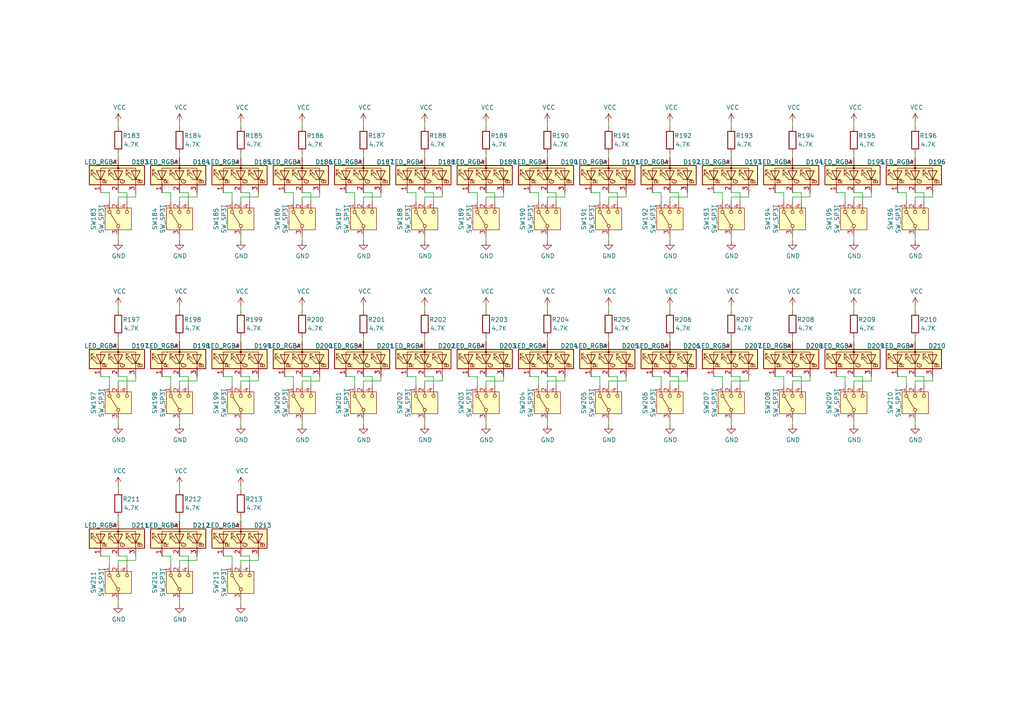
<source format=kicad_sch>
(kicad_sch (version 20231120) (generator "eeschema") (generator_version "8.0")
  (paper "A4")
  (lib_symbols
    (symbol "Device:R" (pin_numbers hide) (pin_names (offset 0))
      (property "Reference" "R" (at 2.032 0 90))
      (property "Value" "R" (at 0 0 90))
      (symbol "R_1_1"
        (pin passive line (at 0 3.81 270) (length 1.27) (name "~") (number "1"))
        (pin passive line (at 0 -3.81 90) (length 1.27) (name "~") (number "2"))
      )
    )
    (symbol "Switch:SW_SP3T" (pin_names (offset 0) hide)
      (property "Reference" "SW" (at 0 5.08 0))
      (property "Value" "SW_SP3T" (at 0 -5.08 0))
      (symbol "SW_SP3T_1_1"
        (pin passive line (at 5.08 2.54 180) (length 2.54) (name "1") (number "1"))
        (pin passive line (at 5.08 0 180) (length 2.54) (name "2") (number "2"))
        (pin passive line (at -5.08 0 0) (length 2.54) (name "3") (number "3"))
        (pin passive line (at 5.08 -2.54 180) (length 2.54) (name "4") (number "4"))
      )
    )
    (symbol "led_rgba:LED_RGBA" (pin_names (offset 0) hide)
      (property "Reference" "D" (at 0 9.398 0))
      (property "Value" "LED_RGBA" (at 0 -8.89 0))
      (symbol "LED_RGBA_0_0"
        (text "B" (at -1.905 -6.35 0) (effects (font (size 1.27 1.27))))
        (text "G" (at -1.905 -1.27 0) (effects (font (size 1.27 1.27))))
        (text "R" (at -1.905 3.81 0) (effects (font (size 1.27 1.27))))
      )
      (symbol "LED_RGBA_1_1"
        (pin passive line (at -5.08 5.08 0) (length 2.54) (name "RK") (number "1"))
        (pin passive line (at -5.08 0 0) (length 2.54) (name "GK") (number "2"))
        (pin passive line (at -5.08 -5.08 0) (length 2.54) (name "BK") (number "3"))
        (pin passive line (at 5.08 0 180) (length 2.54) (name "A") (number "4"))
      )
    )
    (symbol "motivational board-rescue:GND-power" (power) (pin_names (offset 0))
      (property "Value" "power_GND" (at 0 -3.81 0))
      (symbol "GND-power_1_1"
        (pin power_in line (at 0 0 270) (length 0) hide (name "GND") (number "1"))
      )
    )
    (symbol "motivational board-rescue:VCC-power" (power) (pin_names (offset 0))
      (property "Value" "power_VCC" (at 0 3.81 0))
      (symbol "VCC-power_1_1"
        (pin power_in line (at 0 0 90) (length 0) hide (name "VCC") (number "1"))
      )
    )
  )
  (wire (pts (xy 52.07 121.92) (xy 52.07 123.19)))
  (wire (pts (xy 207.01 109.22) (xy 209.55 109.22)))
  (wire (pts (xy 36.83 163.83) (xy 36.83 161.29)))
  (wire (pts (xy 173.99 109.22) (xy 173.99 111.76)))
  (wire (pts (xy 64.77 55.88) (xy 67.31 55.88)))
  (wire (pts (xy 69.85 45.72) (xy 69.85 44.45)))
  (wire (pts (xy 176.53 121.92) (xy 176.53 123.19)))
  (wire (pts (xy 227.33 55.88) (xy 227.33 58.42)))
  (wire (pts (xy 52.07 162.56) (xy 57.15 162.56)))
  (wire (pts (xy 120.65 55.88) (xy 120.65 58.42)))
  (wire (pts (xy 140.97 121.92) (xy 140.97 123.19)))
  (wire (pts (xy 87.63 121.92) (xy 87.63 123.19)))
  (wire (pts (xy 34.29 121.92) (xy 34.29 123.19)))
  (wire (pts (xy 72.39 109.22) (xy 69.85 109.22)))
  (wire (pts (xy 105.41 57.15) (xy 110.49 57.15)))
  (wire (pts (xy 212.09 88.9) (xy 212.09 90.17)))
  (wire (pts (xy 46.99 109.22) (xy 49.53 109.22)))
  (wire (pts (xy 247.65 68.58) (xy 247.65 69.85)))
  (wire (pts (xy 171.45 109.22) (xy 173.99 109.22)))
  (wire (pts (xy 158.75 110.49) (xy 163.83 110.49)))
  (wire (pts (xy 69.85 88.9) (xy 69.85 90.17)))
  (wire (pts (xy 229.87 68.58) (xy 229.87 69.85)))
  (wire (pts (xy 123.19 58.42) (xy 123.19 57.15)))
  (wire (pts (xy 212.09 111.76) (xy 212.09 110.49)))
  (wire (pts (xy 234.95 110.49) (xy 234.95 109.22)))
  (wire (pts (xy 229.87 57.15) (xy 234.95 57.15)))
  (wire (pts (xy 49.53 55.88) (xy 49.53 58.42)))
  (wire (pts (xy 125.73 111.76) (xy 125.73 109.22)))
  (wire (pts (xy 265.43 57.15) (xy 270.51 57.15)))
  (wire (pts (xy 135.89 55.88) (xy 138.43 55.88)))
  (wire (pts (xy 199.39 57.15) (xy 199.39 55.88)))
  (wire (pts (xy 107.95 111.76) (xy 107.95 109.22)))
  (wire (pts (xy 212.09 68.58) (xy 212.09 69.85)))
  (wire (pts (xy 123.19 111.76) (xy 123.19 110.49)))
  (wire (pts (xy 110.49 57.15) (xy 110.49 55.88)))
  (wire (pts (xy 143.51 58.42) (xy 143.51 55.88)))
  (wire (pts (xy 232.41 109.22) (xy 229.87 109.22)))
  (wire (pts (xy 57.15 57.15) (xy 57.15 55.88)))
  (wire (pts (xy 140.97 57.15) (xy 146.05 57.15)))
  (wire (pts (xy 34.29 111.76) (xy 34.29 110.49)))
  (wire (pts (xy 52.07 99.06) (xy 52.07 97.79)))
  (wire (pts (xy 212.09 121.92) (xy 212.09 123.19)))
  (wire (pts (xy 69.85 111.76) (xy 69.85 110.49)))
  (wire (pts (xy 67.31 55.88) (xy 67.31 58.42)))
  (wire (pts (xy 265.43 45.72) (xy 265.43 44.45)))
  (wire (pts (xy 52.07 173.99) (xy 52.07 175.26)))
  (wire (pts (xy 217.17 57.15) (xy 217.17 55.88)))
  (wire (pts (xy 229.87 99.06) (xy 229.87 97.79)))
  (wire (pts (xy 34.29 88.9) (xy 34.29 90.17)))
  (wire (pts (xy 229.87 110.49) (xy 234.95 110.49)))
  (wire (pts (xy 34.29 151.13) (xy 34.29 149.86)))
  (wire (pts (xy 270.51 57.15) (xy 270.51 55.88)))
  (wire (pts (xy 34.29 163.83) (xy 34.29 162.56)))
  (wire (pts (xy 179.07 109.22) (xy 176.53 109.22)))
  (wire (pts (xy 209.55 109.22) (xy 209.55 111.76)))
  (wire (pts (xy 87.63 58.42) (xy 87.63 57.15)))
  (wire (pts (xy 31.75 161.29) (xy 31.75 163.83)))
  (wire (pts (xy 74.93 162.56) (xy 74.93 161.29)))
  (wire (pts (xy 120.65 109.22) (xy 120.65 111.76)))
  (wire (pts (xy 140.97 99.06) (xy 140.97 97.79)))
  (wire (pts (xy 29.21 55.88) (xy 31.75 55.88)))
  (wire (pts (xy 176.53 88.9) (xy 176.53 90.17)))
  (wire (pts (xy 52.07 88.9) (xy 52.07 90.17)))
  (wire (pts (xy 158.75 57.15) (xy 163.83 57.15)))
  (wire (pts (xy 72.39 163.83) (xy 72.39 161.29)))
  (wire (pts (xy 87.63 88.9) (xy 87.63 90.17)))
  (wire (pts (xy 100.33 109.22) (xy 102.87 109.22)))
  (wire (pts (xy 125.73 55.88) (xy 123.19 55.88)))
  (wire (pts (xy 262.89 55.88) (xy 262.89 58.42)))
  (wire (pts (xy 29.21 161.29) (xy 31.75 161.29)))
  (wire (pts (xy 72.39 161.29) (xy 69.85 161.29)))
  (wire (pts (xy 74.93 57.15) (xy 74.93 55.88)))
  (wire (pts (xy 69.85 35.56) (xy 69.85 36.83)))
  (wire (pts (xy 54.61 58.42) (xy 54.61 55.88)))
  (wire (pts (xy 57.15 110.49) (xy 57.15 109.22)))
  (wire (pts (xy 242.57 55.88) (xy 245.11 55.88)))
  (wire (pts (xy 140.97 68.58) (xy 140.97 69.85)))
  (wire (pts (xy 123.19 45.72) (xy 123.19 44.45)))
  (wire (pts (xy 247.65 35.56) (xy 247.65 36.83)))
  (wire (pts (xy 34.29 35.56) (xy 34.29 36.83)))
  (wire (pts (xy 29.21 109.22) (xy 31.75 109.22)))
  (wire (pts (xy 67.31 109.22) (xy 67.31 111.76)))
  (wire (pts (xy 67.31 161.29) (xy 67.31 163.83)))
  (wire (pts (xy 36.83 109.22) (xy 34.29 109.22)))
  (wire (pts (xy 107.95 58.42) (xy 107.95 55.88)))
  (wire (pts (xy 34.29 173.99) (xy 34.29 175.26)))
  (wire (pts (xy 176.53 111.76) (xy 176.53 110.49)))
  (wire (pts (xy 34.29 68.58) (xy 34.29 69.85)))
  (wire (pts (xy 69.85 99.06) (xy 69.85 97.79)))
  (wire (pts (xy 87.63 35.56) (xy 87.63 36.83)))
  (wire (pts (xy 232.41 111.76) (xy 232.41 109.22)))
  (wire (pts (xy 123.19 68.58) (xy 123.19 69.85)))
  (wire (pts (xy 92.71 110.49) (xy 92.71 109.22)))
  (wire (pts (xy 250.19 55.88) (xy 247.65 55.88)))
  (wire (pts (xy 64.77 161.29) (xy 67.31 161.29)))
  (wire (pts (xy 267.97 109.22) (xy 265.43 109.22)))
  (wire (pts (xy 102.87 55.88) (xy 102.87 58.42)))
  (wire (pts (xy 118.11 109.22) (xy 120.65 109.22)))
  (wire (pts (xy 105.41 121.92) (xy 105.41 123.19)))
  (wire (pts (xy 92.71 57.15) (xy 92.71 55.88)))
  (wire (pts (xy 110.49 110.49) (xy 110.49 109.22)))
  (wire (pts (xy 39.37 57.15) (xy 39.37 55.88)))
  (wire (pts (xy 212.09 99.06) (xy 212.09 97.79)))
  (wire (pts (xy 194.31 111.76) (xy 194.31 110.49)))
  (wire (pts (xy 138.43 55.88) (xy 138.43 58.42)))
  (wire (pts (xy 179.07 58.42) (xy 179.07 55.88)))
  (wire (pts (xy 69.85 58.42) (xy 69.85 57.15)))
  (wire (pts (xy 85.09 55.88) (xy 85.09 58.42)))
  (wire (pts (xy 54.61 161.29) (xy 52.07 161.29)))
  (wire (pts (xy 189.23 109.22) (xy 191.77 109.22)))
  (wire (pts (xy 87.63 68.58) (xy 87.63 69.85)))
  (wire (pts (xy 247.65 57.15) (xy 252.73 57.15)))
  (wire (pts (xy 52.07 68.58) (xy 52.07 69.85)))
  (wire (pts (xy 196.85 58.42) (xy 196.85 55.88)))
  (wire (pts (xy 69.85 110.49) (xy 74.93 110.49)))
  (wire (pts (xy 123.19 110.49) (xy 128.27 110.49)))
  (wire (pts (xy 176.53 58.42) (xy 176.53 57.15)))
  (wire (pts (xy 161.29 55.88) (xy 158.75 55.88)))
  (wire (pts (xy 85.09 109.22) (xy 85.09 111.76)))
  (wire (pts (xy 36.83 58.42) (xy 36.83 55.88)))
  (wire (pts (xy 214.63 58.42) (xy 214.63 55.88)))
  (wire (pts (xy 90.17 111.76) (xy 90.17 109.22)))
  (wire (pts (xy 143.51 55.88) (xy 140.97 55.88)))
  (wire (pts (xy 87.63 111.76) (xy 87.63 110.49)))
  (wire (pts (xy 69.85 68.58) (xy 69.85 69.85)))
  (wire (pts (xy 123.19 57.15) (xy 128.27 57.15)))
  (wire (pts (xy 247.65 121.92) (xy 247.65 123.19)))
  (wire (pts (xy 140.97 45.72) (xy 140.97 44.45)))
  (wire (pts (xy 52.07 58.42) (xy 52.07 57.15)))
  (wire (pts (xy 125.73 109.22) (xy 123.19 109.22)))
  (wire (pts (xy 212.09 58.42) (xy 212.09 57.15)))
  (wire (pts (xy 69.85 121.92) (xy 69.85 123.19)))
  (wire (pts (xy 194.31 57.15) (xy 199.39 57.15)))
  (wire (pts (xy 161.29 58.42) (xy 161.29 55.88)))
  (wire (pts (xy 229.87 88.9) (xy 229.87 90.17)))
  (wire (pts (xy 191.77 55.88) (xy 191.77 58.42)))
  (wire (pts (xy 232.41 58.42) (xy 232.41 55.88)))
  (wire (pts (xy 189.23 55.88) (xy 191.77 55.88)))
  (wire (pts (xy 49.53 161.29) (xy 49.53 163.83)))
  (wire (pts (xy 224.79 55.88) (xy 227.33 55.88)))
  (wire (pts (xy 52.07 151.13) (xy 52.07 149.86)))
  (wire (pts (xy 52.07 140.97) (xy 52.07 142.24)))
  (wire (pts (xy 234.95 57.15) (xy 234.95 55.88)))
  (wire (pts (xy 163.83 57.15) (xy 163.83 55.88)))
  (wire (pts (xy 140.97 111.76) (xy 140.97 110.49)))
  (wire (pts (xy 265.43 99.06) (xy 265.43 97.79)))
  (wire (pts (xy 245.11 55.88) (xy 245.11 58.42)))
  (wire (pts (xy 209.55 55.88) (xy 209.55 58.42)))
  (wire (pts (xy 176.53 45.72) (xy 176.53 44.45)))
  (wire (pts (xy 158.75 58.42) (xy 158.75 57.15)))
  (wire (pts (xy 214.63 109.22) (xy 212.09 109.22)))
  (wire (pts (xy 105.41 58.42) (xy 105.41 57.15)))
  (wire (pts (xy 265.43 121.92) (xy 265.43 123.19)))
  (wire (pts (xy 229.87 121.92) (xy 229.87 123.19)))
  (wire (pts (xy 196.85 55.88) (xy 194.31 55.88)))
  (wire (pts (xy 176.53 35.56) (xy 176.53 36.83)))
  (wire (pts (xy 247.65 45.72) (xy 247.65 44.45)))
  (wire (pts (xy 82.55 55.88) (xy 85.09 55.88)))
  (wire (pts (xy 260.35 109.22) (xy 262.89 109.22)))
  (wire (pts (xy 52.07 111.76) (xy 52.07 110.49)))
  (wire (pts (xy 69.85 163.83) (xy 69.85 162.56)))
  (wire (pts (xy 267.97 58.42) (xy 267.97 55.88)))
  (wire (pts (xy 31.75 109.22) (xy 31.75 111.76)))
  (wire (pts (xy 214.63 55.88) (xy 212.09 55.88)))
  (wire (pts (xy 247.65 58.42) (xy 247.65 57.15)))
  (wire (pts (xy 107.95 109.22) (xy 105.41 109.22)))
  (wire (pts (xy 176.53 68.58) (xy 176.53 69.85)))
  (wire (pts (xy 194.31 35.56) (xy 194.31 36.83)))
  (wire (pts (xy 107.95 55.88) (xy 105.41 55.88)))
  (wire (pts (xy 102.87 109.22) (xy 102.87 111.76)))
  (wire (pts (xy 196.85 109.22) (xy 194.31 109.22)))
  (wire (pts (xy 90.17 109.22) (xy 87.63 109.22)))
  (wire (pts (xy 158.75 111.76) (xy 158.75 110.49)))
  (wire (pts (xy 194.31 88.9) (xy 194.31 90.17)))
  (wire (pts (xy 72.39 111.76) (xy 72.39 109.22)))
  (wire (pts (xy 140.97 110.49) (xy 146.05 110.49)))
  (wire (pts (xy 100.33 55.88) (xy 102.87 55.88)))
  (wire (pts (xy 34.29 57.15) (xy 39.37 57.15)))
  (wire (pts (xy 90.17 55.88) (xy 87.63 55.88)))
  (wire (pts (xy 54.61 111.76) (xy 54.61 109.22)))
  (wire (pts (xy 176.53 57.15) (xy 181.61 57.15)))
  (wire (pts (xy 153.67 109.22) (xy 156.21 109.22)))
  (wire (pts (xy 143.51 109.22) (xy 140.97 109.22)))
  (wire (pts (xy 163.83 110.49) (xy 163.83 109.22)))
  (wire (pts (xy 69.85 173.99) (xy 69.85 175.26)))
  (wire (pts (xy 267.97 111.76) (xy 267.97 109.22)))
  (wire (pts (xy 34.29 140.97) (xy 34.29 142.24)))
  (wire (pts (xy 57.15 162.56) (xy 57.15 161.29)))
  (wire (pts (xy 267.97 55.88) (xy 265.43 55.88)))
  (wire (pts (xy 31.75 55.88) (xy 31.75 58.42)))
  (wire (pts (xy 156.21 109.22) (xy 156.21 111.76)))
  (wire (pts (xy 82.55 109.22) (xy 85.09 109.22)))
  (wire (pts (xy 123.19 35.56) (xy 123.19 36.83)))
  (wire (pts (xy 252.73 110.49) (xy 252.73 109.22)))
  (wire (pts (xy 181.61 110.49) (xy 181.61 109.22)))
  (wire (pts (xy 176.53 110.49) (xy 181.61 110.49)))
  (wire (pts (xy 34.29 162.56) (xy 39.37 162.56)))
  (wire (pts (xy 146.05 57.15) (xy 146.05 55.88)))
  (wire (pts (xy 52.07 35.56) (xy 52.07 36.83)))
  (wire (pts (xy 245.11 109.22) (xy 245.11 111.76)))
  (wire (pts (xy 229.87 35.56) (xy 229.87 36.83)))
  (wire (pts (xy 69.85 162.56) (xy 74.93 162.56)))
  (wire (pts (xy 123.19 99.06) (xy 123.19 97.79)))
  (wire (pts (xy 87.63 45.72) (xy 87.63 44.45)))
  (wire (pts (xy 207.01 55.88) (xy 209.55 55.88)))
  (wire (pts (xy 252.73 57.15) (xy 252.73 55.88)))
  (wire (pts (xy 229.87 111.76) (xy 229.87 110.49)))
  (wire (pts (xy 224.79 109.22) (xy 227.33 109.22)))
  (wire (pts (xy 212.09 57.15) (xy 217.17 57.15)))
  (wire (pts (xy 161.29 109.22) (xy 158.75 109.22)))
  (wire (pts (xy 171.45 55.88) (xy 173.99 55.88)))
  (wire (pts (xy 52.07 45.72) (xy 52.07 44.45)))
  (wire (pts (xy 158.75 121.92) (xy 158.75 123.19)))
  (wire (pts (xy 69.85 140.97) (xy 69.85 142.24)))
  (wire (pts (xy 39.37 162.56) (xy 39.37 161.29)))
  (wire (pts (xy 123.19 88.9) (xy 123.19 90.17)))
  (wire (pts (xy 179.07 111.76) (xy 179.07 109.22)))
  (wire (pts (xy 39.37 110.49) (xy 39.37 109.22)))
  (wire (pts (xy 247.65 111.76) (xy 247.65 110.49)))
  (wire (pts (xy 138.43 109.22) (xy 138.43 111.76)))
  (wire (pts (xy 217.17 110.49) (xy 217.17 109.22)))
  (wire (pts (xy 270.51 110.49) (xy 270.51 109.22)))
  (wire (pts (xy 265.43 58.42) (xy 265.43 57.15)))
  (wire (pts (xy 135.89 109.22) (xy 138.43 109.22)))
  (wire (pts (xy 153.67 55.88) (xy 156.21 55.88)))
  (wire (pts (xy 140.97 58.42) (xy 140.97 57.15)))
  (wire (pts (xy 250.19 111.76) (xy 250.19 109.22)))
  (wire (pts (xy 265.43 110.49) (xy 270.51 110.49)))
  (wire (pts (xy 194.31 99.06) (xy 194.31 97.79)))
  (wire (pts (xy 87.63 110.49) (xy 92.71 110.49)))
  (wire (pts (xy 105.41 45.72) (xy 105.41 44.45)))
  (wire (pts (xy 212.09 45.72) (xy 212.09 44.45)))
  (wire (pts (xy 105.41 68.58) (xy 105.41 69.85)))
  (wire (pts (xy 158.75 35.56) (xy 158.75 36.83)))
  (wire (pts (xy 191.77 109.22) (xy 191.77 111.76)))
  (wire (pts (xy 52.07 57.15) (xy 57.15 57.15)))
  (wire (pts (xy 123.19 121.92) (xy 123.19 123.19)))
  (wire (pts (xy 194.31 68.58) (xy 194.31 69.85)))
  (wire (pts (xy 105.41 35.56) (xy 105.41 36.83)))
  (wire (pts (xy 46.99 161.29) (xy 49.53 161.29)))
  (wire (pts (xy 194.31 58.42) (xy 194.31 57.15)))
  (wire (pts (xy 194.31 121.92) (xy 194.31 123.19)))
  (wire (pts (xy 242.57 109.22) (xy 245.11 109.22)))
  (wire (pts (xy 128.27 110.49) (xy 128.27 109.22)))
  (wire (pts (xy 179.07 55.88) (xy 176.53 55.88)))
  (wire (pts (xy 105.41 88.9) (xy 105.41 90.17)))
  (wire (pts (xy 36.83 111.76) (xy 36.83 109.22)))
  (wire (pts (xy 34.29 99.06) (xy 34.29 97.79)))
  (wire (pts (xy 87.63 57.15) (xy 92.71 57.15)))
  (wire (pts (xy 214.63 111.76) (xy 214.63 109.22)))
  (wire (pts (xy 52.07 110.49) (xy 57.15 110.49)))
  (wire (pts (xy 247.65 88.9) (xy 247.65 90.17)))
  (wire (pts (xy 265.43 111.76) (xy 265.43 110.49)))
  (wire (pts (xy 146.05 110.49) (xy 146.05 109.22)))
  (wire (pts (xy 128.27 57.15) (xy 128.27 55.88)))
  (wire (pts (xy 158.75 45.72) (xy 158.75 44.45)))
  (wire (pts (xy 250.19 58.42) (xy 250.19 55.88)))
  (wire (pts (xy 74.93 110.49) (xy 74.93 109.22)))
  (wire (pts (xy 105.41 110.49) (xy 110.49 110.49)))
  (wire (pts (xy 54.61 109.22) (xy 52.07 109.22)))
  (wire (pts (xy 105.41 111.76) (xy 105.41 110.49)))
  (wire (pts (xy 158.75 99.06) (xy 158.75 97.79)))
  (wire (pts (xy 69.85 151.13) (xy 69.85 149.86)))
  (wire (pts (xy 194.31 110.49) (xy 199.39 110.49)))
  (wire (pts (xy 232.41 55.88) (xy 229.87 55.88)))
  (wire (pts (xy 265.43 68.58) (xy 265.43 69.85)))
  (wire (pts (xy 46.99 55.88) (xy 49.53 55.88)))
  (wire (pts (xy 199.39 110.49) (xy 199.39 109.22)))
  (wire (pts (xy 181.61 57.15) (xy 181.61 55.88)))
  (wire (pts (xy 72.39 55.88) (xy 69.85 55.88)))
  (wire (pts (xy 36.83 55.88) (xy 34.29 55.88)))
  (wire (pts (xy 161.29 111.76) (xy 161.29 109.22)))
  (wire (pts (xy 34.29 110.49) (xy 39.37 110.49)))
  (wire (pts (xy 90.17 58.42) (xy 90.17 55.88)))
  (wire (pts (xy 250.19 109.22) (xy 247.65 109.22)))
  (wire (pts (xy 229.87 45.72) (xy 229.87 44.45)))
  (wire (pts (xy 158.75 68.58) (xy 158.75 69.85)))
  (wire (pts (xy 54.61 55.88) (xy 52.07 55.88)))
  (wire (pts (xy 265.43 88.9) (xy 265.43 90.17)))
  (wire (pts (xy 69.85 57.15) (xy 74.93 57.15)))
  (wire (pts (xy 194.31 45.72) (xy 194.31 44.45)))
  (wire (pts (xy 262.89 109.22) (xy 262.89 111.76)))
  (wire (pts (xy 173.99 55.88) (xy 173.99 58.42)))
  (wire (pts (xy 196.85 111.76) (xy 196.85 109.22)))
  (wire (pts (xy 64.77 109.22) (xy 67.31 109.22)))
  (wire (pts (xy 247.65 99.06) (xy 247.65 97.79)))
  (wire (pts (xy 34.29 58.42) (xy 34.29 57.15)))
  (wire (pts (xy 212.09 110.49) (xy 217.17 110.49)))
  (wire (pts (xy 125.73 58.42) (xy 125.73 55.88)))
  (wire (pts (xy 52.07 163.83) (xy 52.07 162.56)))
  (wire (pts (xy 49.53 109.22) (xy 49.53 111.76)))
  (wire (pts (xy 247.65 110.49) (xy 252.73 110.49)))
  (wire (pts (xy 105.41 99.06) (xy 105.41 97.79)))
  (wire (pts (xy 118.11 55.88) (xy 120.65 55.88)))
  (wire (pts (xy 227.33 109.22) (xy 227.33 111.76)))
  (wire (pts (xy 72.39 58.42) (xy 72.39 55.88)))
  (wire (pts (xy 229.87 58.42) (xy 229.87 57.15)))
  (wire (pts (xy 156.21 55.88) (xy 156.21 58.42)))
  (wire (pts (xy 34.29 45.72) (xy 34.29 44.45)))
  (wire (pts (xy 87.63 99.06) (xy 87.63 97.79)))
  (wire (pts (xy 260.35 55.88) (xy 262.89 55.88)))
  (wire (pts (xy 36.83 161.29) (xy 34.29 161.29)))
  (wire (pts (xy 158.75 88.9) (xy 158.75 90.17)))
  (wire (pts (xy 176.53 99.06) (xy 176.53 97.79)))
  (wire (pts (xy 54.61 163.83) (xy 54.61 161.29)))
  (wire (pts (xy 143.51 111.76) (xy 143.51 109.22)))
  (wire (pts (xy 140.97 88.9) (xy 140.97 90.17)))
  (wire (pts (xy 212.09 35.56) (xy 212.09 36.83)))
  (wire (pts (xy 140.97 35.56) (xy 140.97 36.83)))
  (wire (pts (xy 265.43 35.56) (xy 265.43 36.83)))
  (symbol (lib_id "motivational board-rescue:VCC-power") (at 34.29 35.56 0) (unit 1)
    (property "Reference" "#PWR0367" (effects (hide yes)))
    (property "Value" "VCC" (at 34.7218 31.1658 0))
  )
  (symbol (lib_id "led_rgba:LED_RGBA") (at 69.85 50.8 90) (unit 1)
    (property "Reference" "D185" (at 76.2 46.99 90))
    (property "Value" "LED_RGBA" (at 64.77 46.99 90))
    (property "Footprint" "LED_SMD-extra:LED_RGB_3528" (effects (hide yes)))
  )
  (symbol (lib_id "Switch:SW_SP3T") (at 87.63 63.5 90) (unit 1)
    (property "Reference" "SW186" (at 80.4418 63.5 0))
    (property "Value" "SW_SP3T" (at 82.7532 63.5 0))
    (property "Footprint" "Button_Switch_THT-extra:SS13D07G4" (effects (hide yes)))
  )
  (symbol (lib_id "Switch:SW_SP3T") (at 105.41 63.5 90) (unit 1)
    (property "Reference" "SW187" (at 98.2218 63.5 0))
    (property "Value" "SW_SP3T" (at 100.5332 63.5 0))
    (property "Footprint" "Button_Switch_THT-extra:SS13D07G4" (effects (hide yes)))
  )
  (symbol (lib_id "motivational board-rescue:VCC-power") (at 140.97 35.56 0) (unit 1)
    (property "Reference" "#PWR0373" (effects (hide yes)))
    (property "Value" "VCC" (at 141.4018 31.1658 0))
  )
  (symbol (lib_id "led_rgba:LED_RGBA") (at 158.75 50.8 90) (unit 1)
    (property "Reference" "D190" (at 165.1 46.99 90))
    (property "Value" "LED_RGBA" (at 153.67 46.99 90))
    (property "Footprint" "LED_SMD-extra:LED_RGB_3528" (effects (hide yes)))
  )
  (symbol (lib_id "motivational board-rescue:GND-power") (at 247.65 69.85 0) (unit 1)
    (property "Reference" "#PWR0393" (effects (hide yes)))
    (property "Value" "GND" (at 247.777 74.2442 0))
  )
  (symbol (lib_id "motivational board-rescue:VCC-power") (at 265.43 35.56 0) (unit 1)
    (property "Reference" "#PWR0380" (effects (hide yes)))
    (property "Value" "VCC" (at 265.8618 31.1658 0))
  )
  (symbol (lib_id "Device:R") (at 140.97 93.98 0) (unit 1)
    (property "Reference" "R203" (at 144.78 92.71 0))
    (property "Value" "4.7K" (at 144.78 95.25 0))
    (property "Footprint" "Resistors_SMD:R_0805_HandSoldering" (effects (hide yes)))
  )
  (symbol (lib_id "Switch:SW_SP3T") (at 212.09 116.84 90) (unit 1)
    (property "Reference" "SW207" (at 204.9018 116.84 0))
    (property "Value" "SW_SP3T" (at 207.2132 116.84 0))
    (property "Footprint" "Button_Switch_THT-extra:SS13D07G4" (effects (hide yes)))
  )
  (symbol (lib_id "led_rgba:LED_RGBA") (at 52.07 156.21 90) (unit 1)
    (property "Reference" "D212" (at 58.42 152.4 90))
    (property "Value" "LED_RGBA" (at 46.99 152.4 90))
    (property "Footprint" "LED_SMD-extra:LED_RGB_3528" (effects (hide yes)))
  )
  (symbol (lib_id "Switch:SW_SP3T") (at 34.29 63.5 90) (unit 1)
    (property "Reference" "SW183" (at 27.1018 63.5 0))
    (property "Value" "SW_SP3T" (at 29.4132 63.5 0))
    (property "Footprint" "Button_Switch_THT-extra:SS13D07G4" (effects (hide yes)))
  )
  (symbol (lib_id "led_rgba:LED_RGBA") (at 34.29 50.8 90) (unit 1)
    (property "Reference" "D183" (at 40.64 46.99 90))
    (property "Value" "LED_RGBA" (at 29.21 46.99 90))
    (property "Footprint" "LED_SMD-extra:LED_RGB_3528" (effects (hide yes)))
  )
  (symbol (lib_id "Device:R") (at 34.29 40.64 0) (unit 1)
    (property "Reference" "R183" (at 38.1 39.37 0))
    (property "Value" "4.7K" (at 38.1 41.91 0))
    (property "Footprint" "Resistors_SMD:R_0805_HandSoldering" (effects (hide yes)))
  )
  (symbol (lib_id "motivational board-rescue:GND-power") (at 34.29 69.85 0) (unit 1)
    (property "Reference" "#PWR0381" (effects (hide yes)))
    (property "Value" "GND" (at 34.417 74.2442 0))
  )
  (symbol (lib_id "Switch:SW_SP3T") (at 52.07 63.5 90) (unit 1)
    (property "Reference" "SW184" (at 44.8818 63.5 0))
    (property "Value" "SW_SP3T" (at 47.1932 63.5 0))
    (property "Footprint" "Button_Switch_THT-extra:SS13D07G4" (effects (hide yes)))
  )
  (symbol (lib_id "led_rgba:LED_RGBA") (at 52.07 50.8 90) (unit 1)
    (property "Reference" "D184" (at 58.42 46.99 90))
    (property "Value" "LED_RGBA" (at 46.99 46.99 90))
    (property "Footprint" "LED_SMD-extra:LED_RGB_3528" (effects (hide yes)))
  )
  (symbol (lib_id "Device:R") (at 52.07 40.64 0) (unit 1)
    (property "Reference" "R184" (at 55.88 39.37 0))
    (property "Value" "4.7K" (at 55.88 41.91 0))
    (property "Footprint" "Resistors_SMD:R_0805_HandSoldering" (effects (hide yes)))
  )
  (symbol (lib_id "motivational board-rescue:VCC-power") (at 52.07 35.56 0) (unit 1)
    (property "Reference" "#PWR0368" (effects (hide yes)))
    (property "Value" "VCC" (at 52.5018 31.1658 0))
  )
  (symbol (lib_id "motivational board-rescue:GND-power") (at 52.07 69.85 0) (unit 1)
    (property "Reference" "#PWR0382" (effects (hide yes)))
    (property "Value" "GND" (at 52.197 74.2442 0))
  )
  (symbol (lib_id "Switch:SW_SP3T") (at 69.85 63.5 90) (unit 1)
    (property "Reference" "SW185" (at 62.6618 63.5 0))
    (property "Value" "SW_SP3T" (at 64.9732 63.5 0))
    (property "Footprint" "Button_Switch_THT-extra:SS13D07G4" (effects (hide yes)))
  )
  (symbol (lib_id "Device:R") (at 69.85 40.64 0) (unit 1)
    (property "Reference" "R185" (at 73.66 39.37 0))
    (property "Value" "4.7K" (at 73.66 41.91 0))
    (property "Footprint" "Resistors_SMD:R_0805_HandSoldering" (effects (hide yes)))
  )
  (symbol (lib_id "motivational board-rescue:VCC-power") (at 69.85 35.56 0) (unit 1)
    (property "Reference" "#PWR0369" (effects (hide yes)))
    (property "Value" "VCC" (at 70.2818 31.1658 0))
  )
  (symbol (lib_id "motivational board-rescue:GND-power") (at 69.85 69.85 0) (unit 1)
    (property "Reference" "#PWR0383" (effects (hide yes)))
    (property "Value" "GND" (at 69.977 74.2442 0))
  )
  (symbol (lib_id "led_rgba:LED_RGBA") (at 87.63 50.8 90) (unit 1)
    (property "Reference" "D186" (at 93.98 46.99 90))
    (property "Value" "LED_RGBA" (at 82.55 46.99 90))
    (property "Footprint" "LED_SMD-extra:LED_RGB_3528" (effects (hide yes)))
  )
  (symbol (lib_id "Device:R") (at 87.63 40.64 0) (unit 1)
    (property "Reference" "R186" (at 91.44 39.37 0))
    (property "Value" "4.7K" (at 91.44 41.91 0))
    (property "Footprint" "Resistors_SMD:R_0805_HandSoldering" (effects (hide yes)))
  )
  (symbol (lib_id "motivational board-rescue:VCC-power") (at 87.63 35.56 0) (unit 1)
    (property "Reference" "#PWR0370" (effects (hide yes)))
    (property "Value" "VCC" (at 88.0618 31.1658 0))
  )
  (symbol (lib_id "motivational board-rescue:GND-power") (at 87.63 69.85 0) (unit 1)
    (property "Reference" "#PWR0384" (effects (hide yes)))
    (property "Value" "GND" (at 87.757 74.2442 0))
  )
  (symbol (lib_id "led_rgba:LED_RGBA") (at 105.41 50.8 90) (unit 1)
    (property "Reference" "D187" (at 111.76 46.99 90))
    (property "Value" "LED_RGBA" (at 100.33 46.99 90))
    (property "Footprint" "LED_SMD-extra:LED_RGB_3528" (effects (hide yes)))
  )
  (symbol (lib_id "Device:R") (at 105.41 40.64 0) (unit 1)
    (property "Reference" "R187" (at 109.22 39.37 0))
    (property "Value" "4.7K" (at 109.22 41.91 0))
    (property "Footprint" "Resistors_SMD:R_0805_HandSoldering" (effects (hide yes)))
  )
  (symbol (lib_id "motivational board-rescue:VCC-power") (at 105.41 35.56 0) (unit 1)
    (property "Reference" "#PWR0371" (effects (hide yes)))
    (property "Value" "VCC" (at 105.8418 31.1658 0))
  )
  (symbol (lib_id "motivational board-rescue:GND-power") (at 105.41 69.85 0) (unit 1)
    (property "Reference" "#PWR0385" (effects (hide yes)))
    (property "Value" "GND" (at 105.537 74.2442 0))
  )
  (symbol (lib_id "Switch:SW_SP3T") (at 123.19 63.5 90) (unit 1)
    (property "Reference" "SW188" (at 116.0018 63.5 0))
    (property "Value" "SW_SP3T" (at 118.3132 63.5 0))
    (property "Footprint" "Button_Switch_THT-extra:SS13D07G4" (effects (hide yes)))
  )
  (symbol (lib_id "led_rgba:LED_RGBA") (at 123.19 50.8 90) (unit 1)
    (property "Reference" "D188" (at 129.54 46.99 90))
    (property "Value" "LED_RGBA" (at 118.11 46.99 90))
    (property "Footprint" "LED_SMD-extra:LED_RGB_3528" (effects (hide yes)))
  )
  (symbol (lib_id "Device:R") (at 123.19 40.64 0) (unit 1)
    (property "Reference" "R188" (at 127 39.37 0))
    (property "Value" "4.7K" (at 127 41.91 0))
    (property "Footprint" "Resistors_SMD:R_0805_HandSoldering" (effects (hide yes)))
  )
  (symbol (lib_id "motivational board-rescue:VCC-power") (at 123.19 35.56 0) (unit 1)
    (property "Reference" "#PWR0372" (effects (hide yes)))
    (property "Value" "VCC" (at 123.6218 31.1658 0))
  )
  (symbol (lib_id "motivational board-rescue:GND-power") (at 123.19 69.85 0) (unit 1)
    (property "Reference" "#PWR0386" (effects (hide yes)))
    (property "Value" "GND" (at 123.317 74.2442 0))
  )
  (symbol (lib_id "Switch:SW_SP3T") (at 140.97 63.5 90) (unit 1)
    (property "Reference" "SW189" (at 133.7818 63.5 0))
    (property "Value" "SW_SP3T" (at 136.0932 63.5 0))
    (property "Footprint" "Button_Switch_THT-extra:SS13D07G4" (effects (hide yes)))
  )
  (symbol (lib_id "led_rgba:LED_RGBA") (at 140.97 50.8 90) (unit 1)
    (property "Reference" "D189" (at 147.32 46.99 90))
    (property "Value" "LED_RGBA" (at 135.89 46.99 90))
    (property "Footprint" "LED_SMD-extra:LED_RGB_3528" (effects (hide yes)))
  )
  (symbol (lib_id "Device:R") (at 140.97 40.64 0) (unit 1)
    (property "Reference" "R189" (at 144.78 39.37 0))
    (property "Value" "4.7K" (at 144.78 41.91 0))
    (property "Footprint" "Resistors_SMD:R_0805_HandSoldering" (effects (hide yes)))
  )
  (symbol (lib_id "motivational board-rescue:GND-power") (at 140.97 69.85 0) (unit 1)
    (property "Reference" "#PWR0387" (effects (hide yes)))
    (property "Value" "GND" (at 141.097 74.2442 0))
  )
  (symbol (lib_id "Switch:SW_SP3T") (at 158.75 63.5 90) (unit 1)
    (property "Reference" "SW190" (at 151.5618 63.5 0))
    (property "Value" "SW_SP3T" (at 153.8732 63.5 0))
    (property "Footprint" "Button_Switch_THT-extra:SS13D07G4" (effects (hide yes)))
  )
  (symbol (lib_id "Device:R") (at 158.75 40.64 0) (unit 1)
    (property "Reference" "R190" (at 162.56 39.37 0))
    (property "Value" "4.7K" (at 162.56 41.91 0))
    (property "Footprint" "Resistors_SMD:R_0805_HandSoldering" (effects (hide yes)))
  )
  (symbol (lib_id "motivational board-rescue:VCC-power") (at 158.75 35.56 0) (unit 1)
    (property "Reference" "#PWR0374" (effects (hide yes)))
    (property "Value" "VCC" (at 159.1818 31.1658 0))
  )
  (symbol (lib_id "motivational board-rescue:GND-power") (at 158.75 69.85 0) (unit 1)
    (property "Reference" "#PWR0388" (effects (hide yes)))
    (property "Value" "GND" (at 158.877 74.2442 0))
  )
  (symbol (lib_id "Switch:SW_SP3T") (at 176.53 63.5 90) (unit 1)
    (property "Reference" "SW191" (at 169.3418 63.5 0))
    (property "Value" "SW_SP3T" (at 171.6532 63.5 0))
    (property "Footprint" "Button_Switch_THT-extra:SS13D07G4" (effects (hide yes)))
  )
  (symbol (lib_id "led_rgba:LED_RGBA") (at 176.53 50.8 90) (unit 1)
    (property "Reference" "D191" (at 182.88 46.99 90))
    (property "Value" "LED_RGBA" (at 171.45 46.99 90))
    (property "Footprint" "LED_SMD-extra:LED_RGB_3528" (effects (hide yes)))
  )
  (symbol (lib_id "Device:R") (at 176.53 40.64 0) (unit 1)
    (property "Reference" "R191" (at 180.34 39.37 0))
    (property "Value" "4.7K" (at 180.34 41.91 0))
    (property "Footprint" "Resistors_SMD:R_0805_HandSoldering" (effects (hide yes)))
  )
  (symbol (lib_id "motivational board-rescue:VCC-power") (at 176.53 35.56 0) (unit 1)
    (property "Reference" "#PWR0375" (effects (hide yes)))
    (property "Value" "VCC" (at 176.9618 31.1658 0))
  )
  (symbol (lib_id "motivational board-rescue:GND-power") (at 176.53 69.85 0) (unit 1)
    (property "Reference" "#PWR0389" (effects (hide yes)))
    (property "Value" "GND" (at 176.657 74.2442 0))
  )
  (symbol (lib_id "Switch:SW_SP3T") (at 194.31 63.5 90) (unit 1)
    (property "Reference" "SW192" (at 187.1218 63.5 0))
    (property "Value" "SW_SP3T" (at 189.4332 63.5 0))
    (property "Footprint" "Button_Switch_THT-extra:SS13D07G4" (effects (hide yes)))
  )
  (symbol (lib_id "led_rgba:LED_RGBA") (at 194.31 50.8 90) (unit 1)
    (property "Reference" "D192" (at 200.66 46.99 90))
    (property "Value" "LED_RGBA" (at 189.23 46.99 90))
    (property "Footprint" "LED_SMD-extra:LED_RGB_3528" (effects (hide yes)))
  )
  (symbol (lib_id "Device:R") (at 194.31 40.64 0) (unit 1)
    (property "Reference" "R192" (at 198.12 39.37 0))
    (property "Value" "4.7K" (at 198.12 41.91 0))
    (property "Footprint" "Resistors_SMD:R_0805_HandSoldering" (effects (hide yes)))
  )
  (symbol (lib_id "motivational board-rescue:VCC-power") (at 194.31 35.56 0) (unit 1)
    (property "Reference" "#PWR0376" (effects (hide yes)))
    (property "Value" "VCC" (at 194.7418 31.1658 0))
  )
  (symbol (lib_id "motivational board-rescue:GND-power") (at 194.31 69.85 0) (unit 1)
    (property "Reference" "#PWR0390" (effects (hide yes)))
    (property "Value" "GND" (at 194.437 74.2442 0))
  )
  (symbol (lib_id "Switch:SW_SP3T") (at 212.09 63.5 90) (unit 1)
    (property "Reference" "SW193" (at 204.9018 63.5 0))
    (property "Value" "SW_SP3T" (at 207.2132 63.5 0))
    (property "Footprint" "Button_Switch_THT-extra:SS13D07G4" (effects (hide yes)))
  )
  (symbol (lib_id "led_rgba:LED_RGBA") (at 212.09 50.8 90) (unit 1)
    (property "Reference" "D193" (at 218.44 46.99 90))
    (property "Value" "LED_RGBA" (at 207.01 46.99 90))
    (property "Footprint" "LED_SMD-extra:LED_RGB_3528" (effects (hide yes)))
  )
  (symbol (lib_id "Device:R") (at 212.09 40.64 0) (unit 1)
    (property "Reference" "R193" (at 215.9 39.37 0))
    (property "Value" "4.7K" (at 215.9 41.91 0))
    (property "Footprint" "Resistors_SMD:R_0805_HandSoldering" (effects (hide yes)))
  )
  (symbol (lib_id "motivational board-rescue:VCC-power") (at 212.09 35.56 0) (unit 1)
    (property "Reference" "#PWR0377" (effects (hide yes)))
    (property "Value" "VCC" (at 212.5218 31.1658 0))
  )
  (symbol (lib_id "motivational board-rescue:GND-power") (at 212.09 69.85 0) (unit 1)
    (property "Reference" "#PWR0391" (effects (hide yes)))
    (property "Value" "GND" (at 212.217 74.2442 0))
  )
  (symbol (lib_id "Switch:SW_SP3T") (at 229.87 63.5 90) (unit 1)
    (property "Reference" "SW194" (at 222.6818 63.5 0))
    (property "Value" "SW_SP3T" (at 224.9932 63.5 0))
    (property "Footprint" "Button_Switch_THT-extra:SS13D07G4" (effects (hide yes)))
  )
  (symbol (lib_id "led_rgba:LED_RGBA") (at 229.87 50.8 90) (unit 1)
    (property "Reference" "D194" (at 236.22 46.99 90))
    (property "Value" "LED_RGBA" (at 224.79 46.99 90))
    (property "Footprint" "LED_SMD-extra:LED_RGB_3528" (effects (hide yes)))
  )
  (symbol (lib_id "Device:R") (at 229.87 40.64 0) (unit 1)
    (property "Reference" "R194" (at 233.68 39.37 0))
    (property "Value" "4.7K" (at 233.68 41.91 0))
    (property "Footprint" "Resistors_SMD:R_0805_HandSoldering" (effects (hide yes)))
  )
  (symbol (lib_id "motivational board-rescue:VCC-power") (at 229.87 35.56 0) (unit 1)
    (property "Reference" "#PWR0378" (effects (hide yes)))
    (property "Value" "VCC" (at 230.3018 31.1658 0))
  )
  (symbol (lib_id "motivational board-rescue:GND-power") (at 229.87 69.85 0) (unit 1)
    (property "Reference" "#PWR0392" (effects (hide yes)))
    (property "Value" "GND" (at 229.997 74.2442 0))
  )
  (symbol (lib_id "Switch:SW_SP3T") (at 247.65 63.5 90) (unit 1)
    (property "Reference" "SW195" (at 240.4618 63.5 0))
    (property "Value" "SW_SP3T" (at 242.7732 63.5 0))
    (property "Footprint" "Button_Switch_THT-extra:SS13D07G4" (effects (hide yes)))
  )
  (symbol (lib_id "led_rgba:LED_RGBA") (at 247.65 50.8 90) (unit 1)
    (property "Reference" "D195" (at 254 46.99 90))
    (property "Value" "LED_RGBA" (at 242.57 46.99 90))
    (property "Footprint" "LED_SMD-extra:LED_RGB_3528" (effects (hide yes)))
  )
  (symbol (lib_id "Device:R") (at 247.65 40.64 0) (unit 1)
    (property "Reference" "R195" (at 251.46 39.37 0))
    (property "Value" "4.7K" (at 251.46 41.91 0))
    (property "Footprint" "Resistors_SMD:R_0805_HandSoldering" (effects (hide yes)))
  )
  (symbol (lib_id "motivational board-rescue:VCC-power") (at 247.65 35.56 0) (unit 1)
    (property "Reference" "#PWR0379" (effects (hide yes)))
    (property "Value" "VCC" (at 248.0818 31.1658 0))
  )
  (symbol (lib_id "Switch:SW_SP3T") (at 265.43 63.5 90) (unit 1)
    (property "Reference" "SW196" (at 258.2418 63.5 0))
    (property "Value" "SW_SP3T" (at 260.5532 63.5 0))
    (property "Footprint" "Button_Switch_THT-extra:SS13D07G4" (effects (hide yes)))
  )
  (symbol (lib_id "led_rgba:LED_RGBA") (at 265.43 50.8 90) (unit 1)
    (property "Reference" "D196" (at 271.78 46.99 90))
    (property "Value" "LED_RGBA" (at 260.35 46.99 90))
    (property "Footprint" "LED_SMD-extra:LED_RGB_3528" (effects (hide yes)))
  )
  (symbol (lib_id "Device:R") (at 265.43 40.64 0) (unit 1)
    (property "Reference" "R196" (at 269.24 39.37 0))
    (property "Value" "4.7K" (at 269.24 41.91 0))
    (property "Footprint" "Resistors_SMD:R_0805_HandSoldering" (effects (hide yes)))
  )
  (symbol (lib_id "motivational board-rescue:GND-power") (at 265.43 69.85 0) (unit 1)
    (property "Reference" "#PWR0394" (effects (hide yes)))
    (property "Value" "GND" (at 265.557 74.2442 0))
  )
  (symbol (lib_id "Switch:SW_SP3T") (at 34.29 116.84 90) (unit 1)
    (property "Reference" "SW197" (at 27.1018 116.84 0))
    (property "Value" "SW_SP3T" (at 29.4132 116.84 0))
    (property "Footprint" "Button_Switch_THT-extra:SS13D07G4" (effects (hide yes)))
  )
  (symbol (lib_id "led_rgba:LED_RGBA") (at 34.29 104.14 90) (unit 1)
    (property "Reference" "D197" (at 40.64 100.33 90))
    (property "Value" "LED_RGBA" (at 29.21 100.33 90))
    (property "Footprint" "LED_SMD-extra:LED_RGB_3528" (effects (hide yes)))
  )
  (symbol (lib_id "Device:R") (at 34.29 93.98 0) (unit 1)
    (property "Reference" "R197" (at 38.1 92.71 0))
    (property "Value" "4.7K" (at 38.1 95.25 0))
    (property "Footprint" "Resistors_SMD:R_0805_HandSoldering" (effects (hide yes)))
  )
  (symbol (lib_id "motivational board-rescue:VCC-power") (at 34.29 88.9 0) (unit 1)
    (property "Reference" "#PWR0395" (effects (hide yes)))
    (property "Value" "VCC" (at 34.7218 84.5058 0))
  )
  (symbol (lib_id "motivational board-rescue:GND-power") (at 34.29 123.19 0) (unit 1)
    (property "Reference" "#PWR0409" (effects (hide yes)))
    (property "Value" "GND" (at 34.417 127.5842 0))
  )
  (symbol (lib_id "Switch:SW_SP3T") (at 52.07 116.84 90) (unit 1)
    (property "Reference" "SW198" (at 44.8818 116.84 0))
    (property "Value" "SW_SP3T" (at 47.1932 116.84 0))
    (property "Footprint" "Button_Switch_THT-extra:SS13D07G4" (effects (hide yes)))
  )
  (symbol (lib_id "led_rgba:LED_RGBA") (at 52.07 104.14 90) (unit 1)
    (property "Reference" "D198" (at 58.42 100.33 90))
    (property "Value" "LED_RGBA" (at 46.99 100.33 90))
    (property "Footprint" "LED_SMD-extra:LED_RGB_3528" (effects (hide yes)))
  )
  (symbol (lib_id "Device:R") (at 52.07 93.98 0) (unit 1)
    (property "Reference" "R198" (at 55.88 92.71 0))
    (property "Value" "4.7K" (at 55.88 95.25 0))
    (property "Footprint" "Resistors_SMD:R_0805_HandSoldering" (effects (hide yes)))
  )
  (symbol (lib_id "motivational board-rescue:VCC-power") (at 52.07 88.9 0) (unit 1)
    (property "Reference" "#PWR0396" (effects (hide yes)))
    (property "Value" "VCC" (at 52.5018 84.5058 0))
  )
  (symbol (lib_id "motivational board-rescue:GND-power") (at 52.07 123.19 0) (unit 1)
    (property "Reference" "#PWR0410" (effects (hide yes)))
    (property "Value" "GND" (at 52.197 127.5842 0))
  )
  (symbol (lib_id "Switch:SW_SP3T") (at 69.85 116.84 90) (unit 1)
    (property "Reference" "SW199" (at 62.6618 116.84 0))
    (property "Value" "SW_SP3T" (at 64.9732 116.84 0))
    (property "Footprint" "Button_Switch_THT-extra:SS13D07G4" (effects (hide yes)))
  )
  (symbol (lib_id "led_rgba:LED_RGBA") (at 69.85 104.14 90) (unit 1)
    (property "Reference" "D199" (at 76.2 100.33 90))
    (property "Value" "LED_RGBA" (at 64.77 100.33 90))
    (property "Footprint" "LED_SMD-extra:LED_RGB_3528" (effects (hide yes)))
  )
  (symbol (lib_id "Device:R") (at 69.85 93.98 0) (unit 1)
    (property "Reference" "R199" (at 73.66 92.71 0))
    (property "Value" "4.7K" (at 73.66 95.25 0))
    (property "Footprint" "Resistors_SMD:R_0805_HandSoldering" (effects (hide yes)))
  )
  (symbol (lib_id "motivational board-rescue:VCC-power") (at 69.85 88.9 0) (unit 1)
    (property "Reference" "#PWR0397" (effects (hide yes)))
    (property "Value" "VCC" (at 70.2818 84.5058 0))
  )
  (symbol (lib_id "motivational board-rescue:GND-power") (at 69.85 123.19 0) (unit 1)
    (property "Reference" "#PWR0411" (effects (hide yes)))
    (property "Value" "GND" (at 69.977 127.5842 0))
  )
  (symbol (lib_id "Switch:SW_SP3T") (at 87.63 116.84 90) (unit 1)
    (property "Reference" "SW200" (at 80.4418 116.84 0))
    (property "Value" "SW_SP3T" (at 82.7532 116.84 0))
    (property "Footprint" "Button_Switch_THT-extra:SS13D07G4" (effects (hide yes)))
  )
  (symbol (lib_id "led_rgba:LED_RGBA") (at 87.63 104.14 90) (unit 1)
    (property "Reference" "D200" (at 93.98 100.33 90))
    (property "Value" "LED_RGBA" (at 82.55 100.33 90))
    (property "Footprint" "LED_SMD-extra:LED_RGB_3528" (effects (hide yes)))
  )
  (symbol (lib_id "Device:R") (at 87.63 93.98 0) (unit 1)
    (property "Reference" "R200" (at 91.44 92.71 0))
    (property "Value" "4.7K" (at 91.44 95.25 0))
    (property "Footprint" "Resistors_SMD:R_0805_HandSoldering" (effects (hide yes)))
  )
  (symbol (lib_id "motivational board-rescue:VCC-power") (at 87.63 88.9 0) (unit 1)
    (property "Reference" "#PWR0398" (effects (hide yes)))
    (property "Value" "VCC" (at 88.0618 84.5058 0))
  )
  (symbol (lib_id "motivational board-rescue:GND-power") (at 87.63 123.19 0) (unit 1)
    (property "Reference" "#PWR0412" (effects (hide yes)))
    (property "Value" "GND" (at 87.757 127.5842 0))
  )
  (symbol (lib_id "Switch:SW_SP3T") (at 105.41 116.84 90) (unit 1)
    (property "Reference" "SW201" (at 98.2218 116.84 0))
    (property "Value" "SW_SP3T" (at 100.5332 116.84 0))
    (property "Footprint" "Button_Switch_THT-extra:SS13D07G4" (effects (hide yes)))
  )
  (symbol (lib_id "led_rgba:LED_RGBA") (at 105.41 104.14 90) (unit 1)
    (property "Reference" "D201" (at 111.76 100.33 90))
    (property "Value" "LED_RGBA" (at 100.33 100.33 90))
    (property "Footprint" "LED_SMD-extra:LED_RGB_3528" (effects (hide yes)))
  )
  (symbol (lib_id "Device:R") (at 105.41 93.98 0) (unit 1)
    (property "Reference" "R201" (at 109.22 92.71 0))
    (property "Value" "4.7K" (at 109.22 95.25 0))
    (property "Footprint" "Resistors_SMD:R_0805_HandSoldering" (effects (hide yes)))
  )
  (symbol (lib_id "motivational board-rescue:VCC-power") (at 105.41 88.9 0) (unit 1)
    (property "Reference" "#PWR0399" (effects (hide yes)))
    (property "Value" "VCC" (at 105.8418 84.5058 0))
  )
  (symbol (lib_id "motivational board-rescue:GND-power") (at 105.41 123.19 0) (unit 1)
    (property "Reference" "#PWR0413" (effects (hide yes)))
    (property "Value" "GND" (at 105.537 127.5842 0))
  )
  (symbol (lib_id "Switch:SW_SP3T") (at 123.19 116.84 90) (unit 1)
    (property "Reference" "SW202" (at 116.0018 116.84 0))
    (property "Value" "SW_SP3T" (at 118.3132 116.84 0))
    (property "Footprint" "Button_Switch_THT-extra:SS13D07G4" (effects (hide yes)))
  )
  (symbol (lib_id "led_rgba:LED_RGBA") (at 123.19 104.14 90) (unit 1)
    (property "Reference" "D202" (at 129.54 100.33 90))
    (property "Value" "LED_RGBA" (at 118.11 100.33 90))
    (property "Footprint" "LED_SMD-extra:LED_RGB_3528" (effects (hide yes)))
  )
  (symbol (lib_id "Device:R") (at 123.19 93.98 0) (unit 1)
    (property "Reference" "R202" (at 127 92.71 0))
    (property "Value" "4.7K" (at 127 95.25 0))
    (property "Footprint" "Resistors_SMD:R_0805_HandSoldering" (effects (hide yes)))
  )
  (symbol (lib_id "motivational board-rescue:VCC-power") (at 123.19 88.9 0) (unit 1)
    (property "Reference" "#PWR0400" (effects (hide yes)))
    (property "Value" "VCC" (at 123.6218 84.5058 0))
  )
  (symbol (lib_id "motivational board-rescue:GND-power") (at 123.19 123.19 0) (unit 1)
    (property "Reference" "#PWR0414" (effects (hide yes)))
    (property "Value" "GND" (at 123.317 127.5842 0))
  )
  (symbol (lib_id "Switch:SW_SP3T") (at 140.97 116.84 90) (unit 1)
    (property "Reference" "SW203" (at 133.7818 116.84 0))
    (property "Value" "SW_SP3T" (at 136.0932 116.84 0))
    (property "Footprint" "Button_Switch_THT-extra:SS13D07G4" (effects (hide yes)))
  )
  (symbol (lib_id "led_rgba:LED_RGBA") (at 140.97 104.14 90) (unit 1)
    (property "Reference" "D203" (at 147.32 100.33 90))
    (property "Value" "LED_RGBA" (at 135.89 100.33 90))
    (property "Footprint" "LED_SMD-extra:LED_RGB_3528" (effects (hide yes)))
  )
  (symbol (lib_id "motivational board-rescue:VCC-power") (at 140.97 88.9 0) (unit 1)
    (property "Reference" "#PWR0401" (effects (hide yes)))
    (property "Value" "VCC" (at 141.4018 84.5058 0))
  )
  (symbol (lib_id "motivational board-rescue:GND-power") (at 140.97 123.19 0) (unit 1)
    (property "Reference" "#PWR0415" (effects (hide yes)))
    (property "Value" "GND" (at 141.097 127.5842 0))
  )
  (symbol (lib_id "Switch:SW_SP3T") (at 158.75 116.84 90) (unit 1)
    (property "Reference" "SW204" (at 151.5618 116.84 0))
    (property "Value" "SW_SP3T" (at 153.8732 116.84 0))
    (property "Footprint" "Button_Switch_THT-extra:SS13D07G4" (effects (hide yes)))
  )
  (symbol (lib_id "led_rgba:LED_RGBA") (at 158.75 104.14 90) (unit 1)
    (property "Reference" "D204" (at 165.1 100.33 90))
    (property "Value" "LED_RGBA" (at 153.67 100.33 90))
    (property "Footprint" "LED_SMD-extra:LED_RGB_3528" (effects (hide yes)))
  )
  (symbol (lib_id "Device:R") (at 158.75 93.98 0) (unit 1)
    (property "Reference" "R204" (at 162.56 92.71 0))
    (property "Value" "4.7K" (at 162.56 95.25 0))
    (property "Footprint" "Resistors_SMD:R_0805_HandSoldering" (effects (hide yes)))
  )
  (symbol (lib_id "motivational board-rescue:VCC-power") (at 158.75 88.9 0) (unit 1)
    (property "Reference" "#PWR0402" (effects (hide yes)))
    (property "Value" "VCC" (at 159.1818 84.5058 0))
  )
  (symbol (lib_id "motivational board-rescue:GND-power") (at 158.75 123.19 0) (unit 1)
    (property "Reference" "#PWR0416" (effects (hide yes)))
    (property "Value" "GND" (at 158.877 127.5842 0))
  )
  (symbol (lib_id "Switch:SW_SP3T") (at 176.53 116.84 90) (unit 1)
    (property "Reference" "SW205" (at 169.3418 116.84 0))
    (property "Value" "SW_SP3T" (at 171.6532 116.84 0))
    (property "Footprint" "Button_Switch_THT-extra:SS13D07G4" (effects (hide yes)))
  )
  (symbol (lib_id "led_rgba:LED_RGBA") (at 176.53 104.14 90) (unit 1)
    (property "Reference" "D205" (at 182.88 100.33 90))
    (property "Value" "LED_RGBA" (at 171.45 100.33 90))
    (property "Footprint" "LED_SMD-extra:LED_RGB_3528" (effects (hide yes)))
  )
  (symbol (lib_id "Device:R") (at 176.53 93.98 0) (unit 1)
    (property "Reference" "R205" (at 180.34 92.71 0))
    (property "Value" "4.7K" (at 180.34 95.25 0))
    (property "Footprint" "Resistors_SMD:R_0805_HandSoldering" (effects (hide yes)))
  )
  (symbol (lib_id "motivational board-rescue:VCC-power") (at 176.53 88.9 0) (unit 1)
    (property "Reference" "#PWR0403" (effects (hide yes)))
    (property "Value" "VCC" (at 176.9618 84.5058 0))
  )
  (symbol (lib_id "motivational board-rescue:GND-power") (at 176.53 123.19 0) (unit 1)
    (property "Reference" "#PWR0417" (effects (hide yes)))
    (property "Value" "GND" (at 176.657 127.5842 0))
  )
  (symbol (lib_id "Switch:SW_SP3T") (at 194.31 116.84 90) (unit 1)
    (property "Reference" "SW206" (at 187.1218 116.84 0))
    (property "Value" "SW_SP3T" (at 189.4332 116.84 0))
    (property "Footprint" "Button_Switch_THT-extra:SS13D07G4" (effects (hide yes)))
  )
  (symbol (lib_id "led_rgba:LED_RGBA") (at 194.31 104.14 90) (unit 1)
    (property "Reference" "D206" (at 200.66 100.33 90))
    (property "Value" "LED_RGBA" (at 189.23 100.33 90))
    (property "Footprint" "LED_SMD-extra:LED_RGB_3528" (effects (hide yes)))
  )
  (symbol (lib_id "Device:R") (at 194.31 93.98 0) (unit 1)
    (property "Reference" "R206" (at 198.12 92.71 0))
    (property "Value" "4.7K" (at 198.12 95.25 0))
    (property "Footprint" "Resistors_SMD:R_0805_HandSoldering" (effects (hide yes)))
  )
  (symbol (lib_id "motivational board-rescue:VCC-power") (at 194.31 88.9 0) (unit 1)
    (property "Reference" "#PWR0404" (effects (hide yes)))
    (property "Value" "VCC" (at 194.7418 84.5058 0))
  )
  (symbol (lib_id "motivational board-rescue:GND-power") (at 194.31 123.19 0) (unit 1)
    (property "Reference" "#PWR0418" (effects (hide yes)))
    (property "Value" "GND" (at 194.437 127.5842 0))
  )
  (symbol (lib_id "led_rgba:LED_RGBA") (at 212.09 104.14 90) (unit 1)
    (property "Reference" "D207" (at 218.44 100.33 90))
    (property "Value" "LED_RGBA" (at 207.01 100.33 90))
    (property "Footprint" "LED_SMD-extra:LED_RGB_3528" (effects (hide yes)))
  )
  (symbol (lib_id "Device:R") (at 212.09 93.98 0) (unit 1)
    (property "Reference" "R207" (at 215.9 92.71 0))
    (property "Value" "4.7K" (at 215.9 95.25 0))
    (property "Footprint" "Resistors_SMD:R_0805_HandSoldering" (effects (hide yes)))
  )
  (symbol (lib_id "motivational board-rescue:VCC-power") (at 212.09 88.9 0) (unit 1)
    (property "Reference" "#PWR0405" (effects (hide yes)))
    (property "Value" "VCC" (at 212.5218 84.5058 0))
  )
  (symbol (lib_id "motivational board-rescue:GND-power") (at 212.09 123.19 0) (unit 1)
    (property "Reference" "#PWR0419" (effects (hide yes)))
    (property "Value" "GND" (at 212.217 127.5842 0))
  )
  (symbol (lib_id "Switch:SW_SP3T") (at 229.87 116.84 90) (unit 1)
    (property "Reference" "SW208" (at 222.6818 116.84 0))
    (property "Value" "SW_SP3T" (at 224.9932 116.84 0))
    (property "Footprint" "Button_Switch_THT-extra:SS13D07G4" (effects (hide yes)))
  )
  (symbol (lib_id "led_rgba:LED_RGBA") (at 229.87 104.14 90) (unit 1)
    (property "Reference" "D208" (at 236.22 100.33 90))
    (property "Value" "LED_RGBA" (at 224.79 100.33 90))
    (property "Footprint" "LED_SMD-extra:LED_RGB_3528" (effects (hide yes)))
  )
  (symbol (lib_id "Device:R") (at 229.87 93.98 0) (unit 1)
    (property "Reference" "R208" (at 233.68 92.71 0))
    (property "Value" "4.7K" (at 233.68 95.25 0))
    (property "Footprint" "Resistors_SMD:R_0805_HandSoldering" (effects (hide yes)))
  )
  (symbol (lib_id "motivational board-rescue:VCC-power") (at 229.87 88.9 0) (unit 1)
    (property "Reference" "#PWR0406" (effects (hide yes)))
    (property "Value" "VCC" (at 230.3018 84.5058 0))
  )
  (symbol (lib_id "motivational board-rescue:GND-power") (at 229.87 123.19 0) (unit 1)
    (property "Reference" "#PWR0420" (effects (hide yes)))
    (property "Value" "GND" (at 229.997 127.5842 0))
  )
  (symbol (lib_id "Switch:SW_SP3T") (at 247.65 116.84 90) (unit 1)
    (property "Reference" "SW209" (at 240.4618 116.84 0))
    (property "Value" "SW_SP3T" (at 242.7732 116.84 0))
    (property "Footprint" "Button_Switch_THT-extra:SS13D07G4" (effects (hide yes)))
  )
  (symbol (lib_id "led_rgba:LED_RGBA") (at 247.65 104.14 90) (unit 1)
    (property "Reference" "D209" (at 254 100.33 90))
    (property "Value" "LED_RGBA" (at 242.57 100.33 90))
    (property "Footprint" "LED_SMD-extra:LED_RGB_3528" (effects (hide yes)))
  )
  (symbol (lib_id "Device:R") (at 247.65 93.98 0) (unit 1)
    (property "Reference" "R209" (at 251.46 92.71 0))
    (property "Value" "4.7K" (at 251.46 95.25 0))
    (property "Footprint" "Resistors_SMD:R_0805_HandSoldering" (effects (hide yes)))
  )
  (symbol (lib_id "motivational board-rescue:VCC-power") (at 247.65 88.9 0) (unit 1)
    (property "Reference" "#PWR0407" (effects (hide yes)))
    (property "Value" "VCC" (at 248.0818 84.5058 0))
  )
  (symbol (lib_id "motivational board-rescue:GND-power") (at 247.65 123.19 0) (unit 1)
    (property "Reference" "#PWR0421" (effects (hide yes)))
    (property "Value" "GND" (at 247.777 127.5842 0))
  )
  (symbol (lib_id "Switch:SW_SP3T") (at 265.43 116.84 90) (unit 1)
    (property "Reference" "SW210" (at 258.2418 116.84 0))
    (property "Value" "SW_SP3T" (at 260.5532 116.84 0))
    (property "Footprint" "Button_Switch_THT-extra:SS13D07G4" (effects (hide yes)))
  )
  (symbol (lib_id "led_rgba:LED_RGBA") (at 265.43 104.14 90) (unit 1)
    (property "Reference" "D210" (at 271.78 100.33 90))
    (property "Value" "LED_RGBA" (at 260.35 100.33 90))
    (property "Footprint" "LED_SMD-extra:LED_RGB_3528" (effects (hide yes)))
  )
  (symbol (lib_id "Device:R") (at 265.43 93.98 0) (unit 1)
    (property "Reference" "R210" (at 269.24 92.71 0))
    (property "Value" "4.7K" (at 269.24 95.25 0))
    (property "Footprint" "Resistors_SMD:R_0805_HandSoldering" (effects (hide yes)))
  )
  (symbol (lib_id "motivational board-rescue:VCC-power") (at 265.43 88.9 0) (unit 1)
    (property "Reference" "#PWR0408" (effects (hide yes)))
    (property "Value" "VCC" (at 265.8618 84.5058 0))
  )
  (symbol (lib_id "motivational board-rescue:GND-power") (at 265.43 123.19 0) (unit 1)
    (property "Reference" "#PWR0422" (effects (hide yes)))
    (property "Value" "GND" (at 265.557 127.5842 0))
  )
  (symbol (lib_id "Switch:SW_SP3T") (at 34.29 168.91 90) (unit 1)
    (property "Reference" "SW211" (at 27.1018 168.91 0))
    (property "Value" "SW_SP3T" (at 29.4132 168.91 0))
    (property "Footprint" "Button_Switch_THT-extra:SS13D07G4" (effects (hide yes)))
  )
  (symbol (lib_id "led_rgba:LED_RGBA") (at 34.29 156.21 90) (unit 1)
    (property "Reference" "D211" (at 40.64 152.4 90))
    (property "Value" "LED_RGBA" (at 29.21 152.4 90))
    (property "Footprint" "LED_SMD-extra:LED_RGB_3528" (effects (hide yes)))
  )
  (symbol (lib_id "Device:R") (at 34.29 146.05 0) (unit 1)
    (property "Reference" "R211" (at 38.1 144.78 0))
    (property "Value" "4.7K" (at 38.1 147.32 0))
    (property "Footprint" "Resistors_SMD:R_0805_HandSoldering" (effects (hide yes)))
  )
  (symbol (lib_id "motivational board-rescue:VCC-power") (at 34.29 140.97 0) (unit 1)
    (property "Reference" "#PWR0423" (effects (hide yes)))
    (property "Value" "VCC" (at 34.7218 136.5758 0))
  )
  (symbol (lib_id "motivational board-rescue:GND-power") (at 34.29 175.26 0) (unit 1)
    (property "Reference" "#PWR0426" (effects (hide yes)))
    (property "Value" "GND" (at 34.417 179.6542 0))
  )
  (symbol (lib_id "Switch:SW_SP3T") (at 52.07 168.91 90) (unit 1)
    (property "Reference" "SW212" (at 44.8818 168.91 0))
    (property "Value" "SW_SP3T" (at 47.1932 168.91 0))
    (property "Footprint" "Button_Switch_THT-extra:SS13D07G4" (effects (hide yes)))
  )
  (symbol (lib_id "Device:R") (at 52.07 146.05 0) (unit 1)
    (property "Reference" "R212" (at 55.88 144.78 0))
    (property "Value" "4.7K" (at 55.88 147.32 0))
    (property "Footprint" "Resistors_SMD:R_0805_HandSoldering" (effects (hide yes)))
  )
  (symbol (lib_id "motivational board-rescue:VCC-power") (at 52.07 140.97 0) (unit 1)
    (property "Reference" "#PWR0424" (effects (hide yes)))
    (property "Value" "VCC" (at 52.5018 136.5758 0))
  )
  (symbol (lib_id "motivational board-rescue:GND-power") (at 52.07 175.26 0) (unit 1)
    (property "Reference" "#PWR0427" (effects (hide yes)))
    (property "Value" "GND" (at 52.197 179.6542 0))
  )
  (symbol (lib_id "Switch:SW_SP3T") (at 69.85 168.91 90) (unit 1)
    (property "Reference" "SW213" (at 62.6618 168.91 0))
    (property "Value" "SW_SP3T" (at 64.9732 168.91 0))
    (property "Footprint" "Button_Switch_THT-extra:SS13D07G4" (effects (hide yes)))
  )
  (symbol (lib_id "led_rgba:LED_RGBA") (at 69.85 156.21 90) (unit 1)
    (property "Reference" "D213" (at 76.2 152.4 90))
    (property "Value" "LED_RGBA" (at 64.77 152.4 90))
    (property "Footprint" "LED_SMD-extra:LED_RGB_3528" (effects (hide yes)))
  )
  (symbol (lib_id "Device:R") (at 69.85 146.05 0) (unit 1)
    (property "Reference" "R213" (at 73.66 144.78 0))
    (property "Value" "4.7K" (at 73.66 147.32 0))
    (property "Footprint" "Resistors_SMD:R_0805_HandSoldering" (effects (hide yes)))
  )
  (symbol (lib_id "motivational board-rescue:VCC-power") (at 69.85 140.97 0) (unit 1)
    (property "Reference" "#PWR0425" (effects (hide yes)))
    (property "Value" "VCC" (at 70.2818 136.5758 0))
  )
  (symbol (lib_id "motivational board-rescue:GND-power") (at 69.85 175.26 0) (unit 1)
    (property "Reference" "#PWR0428" (effects (hide yes)))
    (property "Value" "GND" (at 69.977 179.6542 0))
  )
)
</source>
